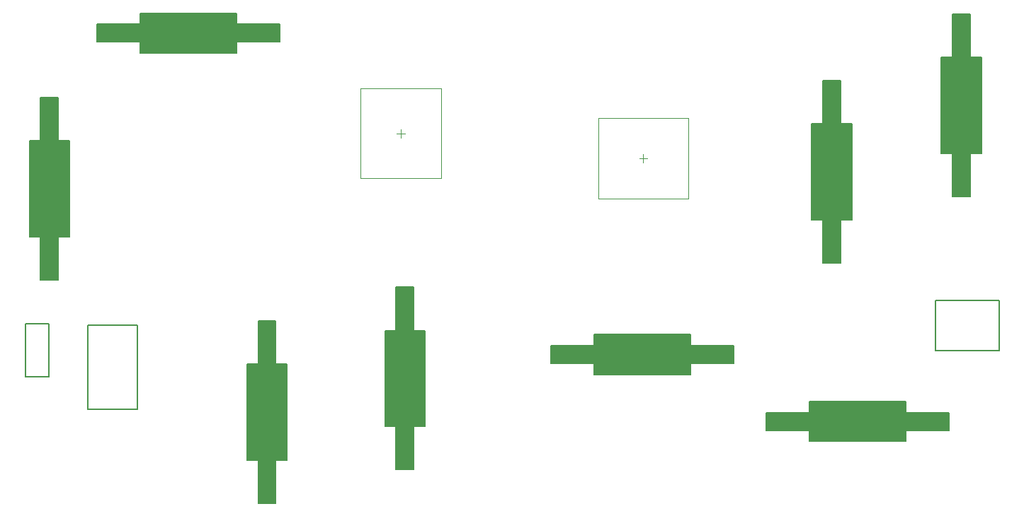
<source format=gbr>
%TF.GenerationSoftware,Altium Limited,Altium Designer,24.9.1 (31)*%
G04 Layer_Color=32768*
%FSLAX45Y45*%
%MOMM*%
%TF.SameCoordinates,90D1A1F6-6801-43AA-A97B-90F854C06351*%
%TF.FilePolarity,Positive*%
%TF.FileFunction,Other,Top_Courtyard*%
%TF.Part,Single*%
G01*
G75*
%TA.AperFunction,NonConductor*%
%ADD25C,0.15240*%
%ADD26C,0.20000*%
%ADD36C,0.10000*%
%ADD38C,0.05000*%
G36*
X7055410Y3537900D02*
Y3021010D01*
X6844590D01*
Y3537900D01*
X6709970D01*
Y4688520D01*
X6844590D01*
Y5205410D01*
X7055410D01*
Y4688520D01*
X7190030D01*
Y3537900D01*
X7055410D01*
D02*
G37*
G36*
X8705410Y3937900D02*
Y3421010D01*
X8494590D01*
Y3937900D01*
X8359970D01*
Y5088520D01*
X8494590D01*
Y5605410D01*
X8705410D01*
Y5088520D01*
X8840030D01*
Y3937900D01*
X8705410D01*
D02*
G37*
G36*
X4455410Y6211480D02*
Y5694590D01*
X4244590D01*
Y6211480D01*
X4109970D01*
Y7362100D01*
X4244590D01*
Y7878990D01*
X4455410D01*
Y7362100D01*
X4590030D01*
Y6211480D01*
X4455410D01*
D02*
G37*
G36*
X5437900Y8544590D02*
X4921010D01*
Y8755410D01*
X5437900D01*
Y8890030D01*
X6588520D01*
Y8755410D01*
X7105410D01*
Y8544590D01*
X6588520D01*
Y8409970D01*
X5437900D01*
Y8544590D01*
D02*
G37*
G36*
X15355409Y8362100D02*
X15490030D01*
Y7211480D01*
X15355409D01*
Y6694590D01*
X15144591D01*
Y7211480D01*
X15009970D01*
Y8362100D01*
X15144591D01*
Y8878990D01*
X15355409D01*
Y8362100D01*
D02*
G37*
G36*
X13805409Y7562100D02*
X13940030D01*
Y6411480D01*
X13805409D01*
Y5894590D01*
X13594591D01*
Y6411480D01*
X13459970D01*
Y7562100D01*
X13594591D01*
Y8078990D01*
X13805409D01*
Y7562100D01*
D02*
G37*
G36*
X12012100Y4905410D02*
X12528990D01*
Y4694590D01*
X12012100D01*
Y4559970D01*
X10861480D01*
Y4694590D01*
X10344590D01*
Y4905410D01*
X10861480D01*
Y5040030D01*
X12012100D01*
Y4905410D01*
D02*
G37*
G36*
X14588519Y4105410D02*
X15105409D01*
Y3894590D01*
X14588519D01*
Y3759970D01*
X13437900D01*
Y3894590D01*
X12921010D01*
Y4105410D01*
X13437900D01*
Y4240030D01*
X14588519D01*
Y4105410D01*
D02*
G37*
D25*
X8840030Y3937900D02*
Y5088520D01*
X8705410D02*
X8840030D01*
X8359970D02*
X8494590D01*
X8359970Y3937900D02*
Y5088520D01*
Y3937900D02*
X8494590D01*
X8705410D02*
X8840030D01*
X8705410Y3421010D02*
Y3937900D01*
Y5088520D02*
Y5605410D01*
X8494590D02*
X8705410D01*
X8494590Y5088520D02*
Y5605410D01*
Y3421010D02*
Y3937900D01*
Y3421010D02*
X8705410D01*
X7190030Y3537900D02*
Y4688520D01*
X7055410D02*
X7190030D01*
X6709970D02*
X6844590D01*
X6709970Y3537900D02*
Y4688520D01*
Y3537900D02*
X6844590D01*
X7055410D02*
X7190030D01*
X7055410Y3021010D02*
Y3537900D01*
Y4688520D02*
Y5205410D01*
X6844590D02*
X7055410D01*
X6844590Y4688520D02*
Y5205410D01*
Y3021010D02*
Y3537900D01*
Y3021010D02*
X7055410D01*
X5437900Y8409970D02*
X6588520D01*
Y8544590D01*
Y8755410D02*
Y8890030D01*
X5437900D02*
X6588520D01*
X5437900Y8755410D02*
Y8890030D01*
Y8409970D02*
Y8544590D01*
X4921010D02*
X5437900D01*
X6588520D02*
X7105410D01*
Y8755410D01*
X6588520D02*
X7105410D01*
X4921010D02*
X5437900D01*
X4921010Y8544590D02*
Y8755410D01*
X15490030Y7211480D02*
Y8362100D01*
X15355409D02*
X15490030D01*
X15009970D02*
X15144591D01*
X15009970Y7211480D02*
Y8362100D01*
Y7211480D02*
X15144591D01*
X15355409D02*
X15490030D01*
X15355409Y6694590D02*
Y7211480D01*
Y8362100D02*
Y8878990D01*
X15144591D02*
X15355409D01*
X15144591Y8362100D02*
Y8878990D01*
Y6694590D02*
Y7211480D01*
Y6694590D02*
X15355409D01*
X13437900Y4240030D02*
X14588519D01*
X13437900Y4105410D02*
Y4240030D01*
Y3759970D02*
Y3894590D01*
Y3759970D02*
X14588519D01*
Y3894590D01*
Y4105410D02*
Y4240030D01*
Y4105410D02*
X15105409D01*
X12921010D02*
X13437900D01*
X12921010Y3894590D02*
Y4105410D01*
Y3894590D02*
X13437900D01*
X14588519D02*
X15105409D01*
Y4105410D01*
X4590030Y6211480D02*
Y7362100D01*
X4455410D02*
X4590030D01*
X4109970D02*
X4244590D01*
X4109970Y6211480D02*
Y7362100D01*
Y6211480D02*
X4244590D01*
X4455410D02*
X4590030D01*
X4455410Y5694590D02*
Y6211480D01*
Y7362100D02*
Y7878990D01*
X4244590D02*
X4455410D01*
X4244590Y7362100D02*
Y7878990D01*
Y5694590D02*
Y6211480D01*
Y5694590D02*
X4455410D01*
X10861480Y5040030D02*
X12012100D01*
X10861480Y4905410D02*
Y5040030D01*
Y4559970D02*
Y4694590D01*
Y4559970D02*
X12012100D01*
Y4694590D01*
Y4905410D02*
Y5040030D01*
Y4905410D02*
X12528990D01*
X10344590D02*
X10861480D01*
X10344590Y4694590D02*
Y4905410D01*
Y4694590D02*
X10861480D01*
X12012100D02*
X12528990D01*
Y4905410D01*
X13459970Y6411480D02*
Y7562100D01*
Y6411480D02*
X13594591D01*
X13805409D02*
X13940030D01*
Y7562100D01*
X13805409D02*
X13940030D01*
X13459970D02*
X13594591D01*
Y8078990D01*
Y5894590D02*
Y6411480D01*
Y5894590D02*
X13805409D01*
Y6411480D01*
Y7562100D02*
Y8078990D01*
X13594591D02*
X13805409D01*
D26*
X4060000Y5170000D02*
X4340000D01*
X4060000Y4530000D02*
Y5170000D01*
Y4530000D02*
X4340000D01*
Y5170000D01*
X4805000Y4145000D02*
X5400000D01*
Y5155000D01*
X4805000D02*
X5400000D01*
X4805000Y4145000D02*
Y5155000D01*
X14945000Y4850000D02*
Y5445000D01*
Y4850000D02*
X15705000D01*
Y5445000D01*
X14945000D02*
X15705000D01*
D36*
X11450000Y7100000D02*
Y7200000D01*
X11400000Y7150000D02*
X11500000D01*
X8500000Y7450000D02*
X8600000D01*
X8550000Y7400000D02*
Y7500000D01*
D38*
X10915000Y7635000D02*
X11985000D01*
X10915000Y6665000D02*
X11985000D01*
Y7635000D01*
X10915000Y6665000D02*
Y7635000D01*
X8065000Y6915000D02*
Y7985000D01*
X9035000Y6915000D02*
Y7985000D01*
X8065000D02*
X9035000D01*
X8065000Y6915000D02*
X9035000D01*
%TF.MD5,12d748036b096c5f1ec1b5810ad0d1ba*%
M02*

</source>
